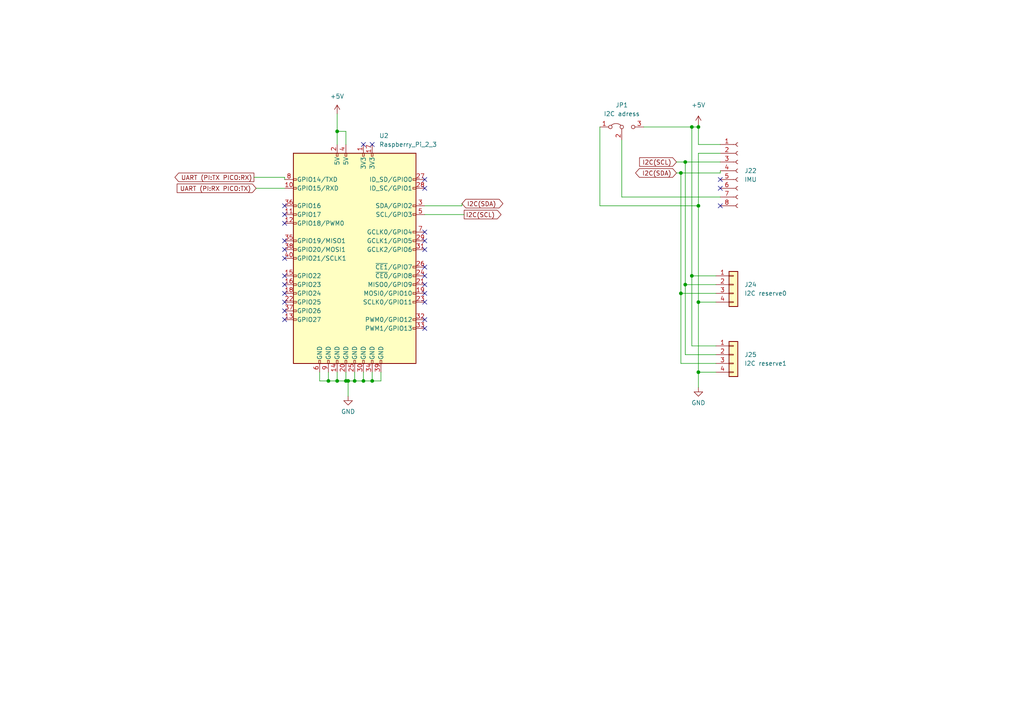
<source format=kicad_sch>
(kicad_sch (version 20211123) (generator eeschema)
  (paper "A4")
  (title_block (title "Landrumower main unit") (rev "1.0"))
  (lib_symbols
    (symbol "Connector:Conn_01x08_Female" (pin_names (offset 1.016) hide)
      (property "Reference" "J" (at 0 10.16 0))
      (property "Value" "Conn_01x08_Female" (at 0 -12.7 0))
      (symbol "Conn_01x08_Female_1_1"
        (arc (start 0 -9.652) (mid -0.508 -10.16) (end 0 -10.668) (stroke (width 0.1524)))
        (arc (start 0 -7.112) (mid -0.508 -7.62) (end 0 -8.128) (stroke (width 0.1524)))
        (arc (start 0 -4.572) (mid -0.508 -5.08) (end 0 -5.588) (stroke (width 0.1524)))
        (arc (start 0 -2.032) (mid -0.508 -2.54) (end 0 -3.048) (stroke (width 0.1524)))
        (polyline (pts (xy -1.27 -10.16) (xy -0.508 -10.16)) (stroke (width 0.1524)))
        (polyline (pts (xy -1.27 -7.62) (xy -0.508 -7.62)) (stroke (width 0.1524)))
        (polyline (pts (xy -1.27 -5.08) (xy -0.508 -5.08)) (stroke (width 0.1524)))
        (polyline (pts (xy -1.27 -2.54) (xy -0.508 -2.54)) (stroke (width 0.1524)))
        (polyline (pts (xy -1.27 0) (xy -0.508 0)) (stroke (width 0.1524)))
        (polyline (pts (xy -1.27 2.54) (xy -0.508 2.54)) (stroke (width 0.1524)))
        (polyline (pts (xy -1.27 5.08) (xy -0.508 5.08)) (stroke (width 0.1524)))
        (polyline (pts (xy -1.27 7.62) (xy -0.508 7.62)) (stroke (width 0.1524)))
        (arc (start 0 0.508) (mid -0.508 0) (end 0 -0.508) (stroke (width 0.1524)))
        (arc (start 0 3.048) (mid -0.508 2.54) (end 0 2.032) (stroke (width 0.1524)))
        (arc (start 0 5.588) (mid -0.508 5.08) (end 0 4.572) (stroke (width 0.1524)))
        (arc (start 0 8.128) (mid -0.508 7.62) (end 0 7.112) (stroke (width 0.1524)))
        (pin passive line (at -5.08 7.62 0) (length 3.81) (name "Pin_1") (number "1"))
        (pin passive line (at -5.08 5.08 0) (length 3.81) (name "Pin_2") (number "2"))
        (pin passive line (at -5.08 2.54 0) (length 3.81) (name "Pin_3") (number "3"))
        (pin passive line (at -5.08 0 0) (length 3.81) (name "Pin_4") (number "4"))
        (pin passive line (at -5.08 -2.54 0) (length 3.81) (name "Pin_5") (number "5"))
        (pin passive line (at -5.08 -5.08 0) (length 3.81) (name "Pin_6") (number "6"))
        (pin passive line (at -5.08 -7.62 0) (length 3.81) (name "Pin_7") (number "7"))
        (pin passive line (at -5.08 -10.16 0) (length 3.81) (name "Pin_8") (number "8"))
      )
    )
    (symbol "Connector:Raspberry_Pi_2_3" (pin_names (offset 1.016))
      (property "Reference" "J" (at -17.78 31.75 0))
      (property "Value" "Raspberry_Pi_2_3" (at 10.16 -31.75 0))
      (symbol "Raspberry_Pi_2_3_0_1"
        (rectangle (start -17.78 30.48) (end 17.78 -30.48) (stroke (width 0.254)) (fill (type background)))
      )
      (symbol "Raspberry_Pi_2_3_1_1"
        (rectangle (start -16.891 -17.526) (end -17.78 -18.034))
        (rectangle (start -16.891 -14.986) (end -17.78 -15.494))
        (rectangle (start -16.891 -12.446) (end -17.78 -12.954))
        (rectangle (start -16.891 -9.906) (end -17.78 -10.414))
        (rectangle (start -16.891 -7.366) (end -17.78 -7.874))
        (rectangle (start -16.891 -4.826) (end -17.78 -5.334))
        (rectangle (start -16.891 0.254) (end -17.78 -0.254))
        (rectangle (start -16.891 2.794) (end -17.78 2.286))
        (rectangle (start -16.891 5.334) (end -17.78 4.826))
        (rectangle (start -16.891 10.414) (end -17.78 9.906))
        (rectangle (start -16.891 12.954) (end -17.78 12.446))
        (rectangle (start -16.891 15.494) (end -17.78 14.986))
        (rectangle (start -16.891 20.574) (end -17.78 20.066))
        (rectangle (start -16.891 23.114) (end -17.78 22.606))
        (rectangle (start -10.414 -29.591) (end -9.906 -30.48))
        (rectangle (start -7.874 -29.591) (end -7.366 -30.48))
        (rectangle (start -5.334 -29.591) (end -4.826 -30.48))
        (rectangle (start -5.334 30.48) (end -4.826 29.591))
        (rectangle (start -2.794 -29.591) (end -2.286 -30.48))
        (rectangle (start -2.794 30.48) (end -2.286 29.591))
        (rectangle (start -0.254 -29.591) (end 0.254 -30.48))
        (rectangle (start 2.286 -29.591) (end 2.794 -30.48))
        (rectangle (start 2.286 30.48) (end 2.794 29.591))
        (rectangle (start 4.826 -29.591) (end 5.334 -30.48))
        (rectangle (start 4.826 30.48) (end 5.334 29.591))
        (rectangle (start 7.366 -29.591) (end 7.874 -30.48))
        (rectangle (start 17.78 -20.066) (end 16.891 -20.574))
        (rectangle (start 17.78 -17.526) (end 16.891 -18.034))
        (rectangle (start 17.78 -12.446) (end 16.891 -12.954))
        (rectangle (start 17.78 -9.906) (end 16.891 -10.414))
        (rectangle (start 17.78 -7.366) (end 16.891 -7.874))
        (rectangle (start 17.78 -4.826) (end 16.891 -5.334))
        (rectangle (start 17.78 -2.286) (end 16.891 -2.794))
        (rectangle (start 17.78 2.794) (end 16.891 2.286))
        (rectangle (start 17.78 5.334) (end 16.891 4.826))
        (rectangle (start 17.78 7.874) (end 16.891 7.366))
        (rectangle (start 17.78 12.954) (end 16.891 12.446))
        (rectangle (start 17.78 15.494) (end 16.891 14.986))
        (rectangle (start 17.78 20.574) (end 16.891 20.066))
        (rectangle (start 17.78 23.114) (end 16.891 22.606))
        (pin power_in line (at 2.54 33.02 270) (length 2.54) (name "3V3") (number "1"))
        (pin bidirectional line (at -20.32 20.32 0) (length 2.54) (name "GPIO15/RXD") (number "10"))
        (pin bidirectional line (at -20.32 12.7 0) (length 2.54) (name "GPIO17") (number "11"))
        (pin bidirectional line (at -20.32 10.16 0) (length 2.54) (name "GPIO18/PWM0") (number "12"))
        (pin bidirectional line (at -20.32 -17.78 0) (length 2.54) (name "GPIO27") (number "13"))
        (pin power_in line (at -5.08 -33.02 90) (length 2.54) (name "GND") (number "14"))
        (pin bidirectional line (at -20.32 -5.08 0) (length 2.54) (name "GPIO22") (number "15"))
        (pin bidirectional line (at -20.32 -7.62 0) (length 2.54) (name "GPIO23") (number "16"))
        (pin power_in line (at 5.08 33.02 270) (length 2.54) (name "3V3") (number "17"))
        (pin bidirectional line (at -20.32 -10.16 0) (length 2.54) (name "GPIO24") (number "18"))
        (pin bidirectional line (at 20.32 -10.16 180) (length 2.54) (name "MOSI0/GPIO10") (number "19"))
        (pin power_in line (at -5.08 33.02 270) (length 2.54) (name "5V") (number "2"))
        (pin power_in line (at -2.54 -33.02 90) (length 2.54) (name "GND") (number "20"))
        (pin bidirectional line (at 20.32 -7.62 180) (length 2.54) (name "MISO0/GPIO9") (number "21"))
        (pin bidirectional line (at -20.32 -12.7 0) (length 2.54) (name "GPIO25") (number "22"))
        (pin bidirectional line (at 20.32 -12.7 180) (length 2.54) (name "SCLK0/GPIO11") (number "23"))
        (pin bidirectional line (at 20.32 -5.08 180) (length 2.54) (name "~{CE0}/GPIO8") (number "24"))
        (pin power_in line (at 0 -33.02 90) (length 2.54) (name "GND") (number "25"))
        (pin bidirectional line (at 20.32 -2.54 180) (length 2.54) (name "~{CE1}/GPIO7") (number "26"))
        (pin bidirectional line (at 20.32 22.86 180) (length 2.54) (name "ID_SD/GPIO0") (number "27"))
        (pin bidirectional line (at 20.32 20.32 180) (length 2.54) (name "ID_SC/GPIO1") (number "28"))
        (pin bidirectional line (at 20.32 5.08 180) (length 2.54) (name "GCLK1/GPIO5") (number "29"))
        (pin bidirectional line (at 20.32 15.24 180) (length 2.54) (name "SDA/GPIO2") (number "3"))
        (pin power_in line (at 2.54 -33.02 90) (length 2.54) (name "GND") (number "30"))
        (pin bidirectional line (at 20.32 2.54 180) (length 2.54) (name "GCLK2/GPIO6") (number "31"))
        (pin bidirectional line (at 20.32 -17.78 180) (length 2.54) (name "PWM0/GPIO12") (number "32"))
        (pin bidirectional line (at 20.32 -20.32 180) (length 2.54) (name "PWM1/GPIO13") (number "33"))
        (pin power_in line (at 5.08 -33.02 90) (length 2.54) (name "GND") (number "34"))
        (pin bidirectional line (at -20.32 5.08 0) (length 2.54) (name "GPIO19/MISO1") (number "35"))
        (pin bidirectional line (at -20.32 15.24 0) (length 2.54) (name "GPIO16") (number "36"))
        (pin bidirectional line (at -20.32 -15.24 0) (length 2.54) (name "GPIO26") (number "37"))
        (pin bidirectional line (at -20.32 2.54 0) (length 2.54) (name "GPIO20/MOSI1") (number "38"))
        (pin power_in line (at 7.62 -33.02 90) (length 2.54) (name "GND") (number "39"))
        (pin power_in line (at -2.54 33.02 270) (length 2.54) (name "5V") (number "4"))
        (pin bidirectional line (at -20.32 0 0) (length 2.54) (name "GPIO21/SCLK1") (number "40"))
        (pin bidirectional line (at 20.32 12.7 180) (length 2.54) (name "SCL/GPIO3") (number "5"))
        (pin power_in line (at -10.16 -33.02 90) (length 2.54) (name "GND") (number "6"))
        (pin bidirectional line (at 20.32 7.62 180) (length 2.54) (name "GCLK0/GPIO4") (number "7"))
        (pin bidirectional line (at -20.32 22.86 0) (length 2.54) (name "GPIO14/TXD") (number "8"))
        (pin power_in line (at -7.62 -33.02 90) (length 2.54) (name "GND") (number "9"))
      )
    )
    (symbol "Connector_Generic:Conn_01x04" (pin_names (offset 1.016) hide)
      (property "Reference" "J" (at 0 5.08 0))
      (property "Value" "Conn_01x04" (at 0 -7.62 0))
      (symbol "Conn_01x04_1_1"
        (rectangle (start -1.27 -4.953) (end 0 -5.207) (stroke (width 0.1524)))
        (rectangle (start -1.27 -2.413) (end 0 -2.667) (stroke (width 0.1524)))
        (rectangle (start -1.27 0.127) (end 0 -0.127) (stroke (width 0.1524)))
        (rectangle (start -1.27 2.667) (end 0 2.413) (stroke (width 0.1524)))
        (rectangle (start -1.27 3.81) (end 1.27 -6.35) (stroke (width 0.254)) (fill (type background)))
        (pin passive line (at -5.08 2.54 0) (length 3.81) (name "Pin_1") (number "1"))
        (pin passive line (at -5.08 0 0) (length 3.81) (name "Pin_2") (number "2"))
        (pin passive line (at -5.08 -2.54 0) (length 3.81) (name "Pin_3") (number "3"))
        (pin passive line (at -5.08 -5.08 0) (length 3.81) (name "Pin_4") (number "4"))
      )
    )
    (symbol "Jumper:Jumper_3_Bridged12" (pin_names (offset 0) hide)
      (property "Reference" "JP" (at -2.54 -2.54 0))
      (property "Value" "Jumper_3_Bridged12" (at 0 2.794 0))
      (symbol "Jumper_3_Bridged12_0_0"
        (circle (center -3.302 0) (radius 0.508))
        (circle (center 0 0) (radius 0.508))
        (circle (center 3.302 0) (radius 0.508))
      )
      (symbol "Jumper_3_Bridged12_0_1"
        (arc (start -0.254 0.508) (mid -1.651 0.9912) (end -3.048 0.508))
        (polyline (pts (xy 0 -1.27) (xy 0 -0.508)))
      )
      (symbol "Jumper_3_Bridged12_1_1"
        (pin passive line (at -6.35 0 0) (length 2.54) (name "A") (number "1"))
        (pin passive line (at 0 -3.81 90) (length 2.54) (name "C") (number "2"))
        (pin passive line (at 6.35 0 180) (length 2.54) (name "B") (number "3"))
      )
    )
    (symbol "power:+5V" (power) (pin_names (offset 0))
      (property "Value" "+5V" (at 0 3.556 0))
      (symbol "+5V_0_1"
        (polyline (pts (xy -0.762 1.27) (xy 0 2.54)))
        (polyline (pts (xy 0 0) (xy 0 2.54)))
        (polyline (pts (xy 0 2.54) (xy 0.762 1.27)))
      )
      (symbol "+5V_1_1"
        (pin power_in line (at 0 0 90) (length 0) hide (name "+5V") (number "1"))
      )
    )
    (symbol "power:GND" (power) (pin_names (offset 0))
      (property "Value" "GND" (at 0 -3.81 0))
      (symbol "GND_0_1"
        (polyline (pts (xy 0 0) (xy 0 -1.27) (xy 1.27 -1.27) (xy 0 -2.54) (xy -1.27 -1.27) (xy 0 -1.27)))
      )
      (symbol "GND_1_1"
        (pin power_in line (at 0 0 270) (length 0) hide (name "GND") (number "1"))
      )
    )
  )
  (junction (at 102.87 110.49))
  (junction (at 198.755 46.99))
  (junction (at 197.485 50.165))
  (junction (at 95.25 110.49))
  (junction (at 197.485 85.09))
  (junction (at 97.79 110.49))
  (junction (at 202.565 107.95))
  (junction (at 200.66 36.83))
  (junction (at 105.41 110.49))
  (junction (at 100.965 110.49))
  (junction (at 202.565 87.63))
  (junction (at 107.95 110.49))
  (junction (at 100.33 110.49))
  (junction (at 198.755 82.55))
  (junction (at 202.565 59.69))
  (junction (at 97.79 38.1))
  (junction (at 202.565 36.83))
  (junction (at 200.66 80.01))
  (no_connect (at 208.915 54.61))
  (no_connect (at 208.915 59.69))
  (no_connect (at 208.915 52.07))
  (no_connect (at 123.19 52.07))
  (no_connect (at 123.19 54.61))
  (no_connect (at 123.19 67.31))
  (no_connect (at 123.19 69.85))
  (no_connect (at 105.41 41.91))
  (no_connect (at 107.95 41.91))
  (no_connect (at 82.55 59.69))
  (no_connect (at 123.19 77.47))
  (no_connect (at 123.19 80.01))
  (no_connect (at 123.19 82.55))
  (no_connect (at 123.19 85.09))
  (no_connect (at 123.19 87.63))
  (no_connect (at 123.19 92.71))
  (no_connect (at 123.19 95.25))
  (no_connect (at 82.55 90.17))
  (no_connect (at 82.55 87.63))
  (no_connect (at 82.55 85.09))
  (no_connect (at 82.55 82.55))
  (no_connect (at 82.55 80.01))
  (no_connect (at 82.55 92.71))
  (no_connect (at 123.19 72.39))
  (no_connect (at 82.55 74.93))
  (no_connect (at 82.55 72.39))
  (no_connect (at 82.55 69.85))
  (no_connect (at 82.55 64.77))
  (no_connect (at 82.55 62.23))
  (wire (pts (xy 100.33 38.1) (xy 97.79 38.1)))
  (wire (pts (xy 180.34 40.64) (xy 180.34 57.15)))
  (wire (pts (xy 202.565 107.95) (xy 207.645 107.95)))
  (wire (pts (xy 100.965 110.49) (xy 100.965 114.935)))
  (wire (pts (xy 202.565 36.195) (xy 202.565 36.83)))
  (wire (pts (xy 173.99 59.69) (xy 202.565 59.69)))
  (wire (pts (xy 100.33 107.95) (xy 100.33 110.49)))
  (wire (pts (xy 123.19 62.23) (xy 134.62 62.23)))
  (wire (pts (xy 107.95 107.95) (xy 107.95 110.49)))
  (wire (pts (xy 95.25 110.49) (xy 97.79 110.49)))
  (wire (pts (xy 198.755 82.55) (xy 198.755 46.99)))
  (wire (pts (xy 202.565 87.63) (xy 207.645 87.63)))
  (wire (pts (xy 74.295 54.61) (xy 82.55 54.61)))
  (wire (pts (xy 207.645 100.33) (xy 200.66 100.33)))
  (wire (pts (xy 92.71 107.95) (xy 92.71 110.49)))
  (wire (pts (xy 100.33 110.49) (xy 100.965 110.49)))
  (wire (pts (xy 200.66 100.33) (xy 200.66 80.01)))
  (wire (pts (xy 133.985 59.69) (xy 133.985 59.055)))
  (wire (pts (xy 207.645 102.87) (xy 198.755 102.87)))
  (wire (pts (xy 207.645 85.09) (xy 197.485 85.09)))
  (wire (pts (xy 180.34 57.15) (xy 208.915 57.15)))
  (wire (pts (xy 82.55 51.435) (xy 82.55 52.07)))
  (wire (pts (xy 102.87 110.49) (xy 105.41 110.49)))
  (wire (pts (xy 97.79 33.02) (xy 97.79 38.1)))
  (wire (pts (xy 105.41 110.49) (xy 107.95 110.49)))
  (wire (pts (xy 207.645 105.41) (xy 197.485 105.41)))
  (wire (pts (xy 202.565 112.395) (xy 202.565 107.95)))
  (wire (pts (xy 123.19 59.69) (xy 133.985 59.69)))
  (wire (pts (xy 73.66 51.435) (xy 82.55 51.435)))
  (wire (pts (xy 97.79 110.49) (xy 100.33 110.49)))
  (wire (pts (xy 95.25 107.95) (xy 95.25 110.49)))
  (wire (pts (xy 110.49 107.95) (xy 110.49 110.49)))
  (wire (pts (xy 186.69 36.83) (xy 200.66 36.83)))
  (wire (pts (xy 200.66 36.83) (xy 202.565 36.83)))
  (wire (pts (xy 97.79 38.1) (xy 97.79 41.91)))
  (wire (pts (xy 102.87 107.95) (xy 102.87 110.49)))
  (wire (pts (xy 202.565 87.63) (xy 202.565 59.69)))
  (wire (pts (xy 208.915 50.165) (xy 208.915 49.53)))
  (wire (pts (xy 202.565 44.45) (xy 208.915 44.45)))
  (wire (pts (xy 197.485 50.165) (xy 208.915 50.165)))
  (wire (pts (xy 202.565 41.91) (xy 208.915 41.91)))
  (wire (pts (xy 97.79 107.95) (xy 97.79 110.49)))
  (wire (pts (xy 92.71 110.49) (xy 95.25 110.49)))
  (wire (pts (xy 202.565 107.95) (xy 202.565 87.63)))
  (wire (pts (xy 100.965 110.49) (xy 102.87 110.49)))
  (wire (pts (xy 207.645 82.55) (xy 198.755 82.55)))
  (wire (pts (xy 173.99 36.83) (xy 173.99 59.69)))
  (wire (pts (xy 202.565 36.83) (xy 202.565 41.91)))
  (wire (pts (xy 196.215 46.99) (xy 198.755 46.99)))
  (wire (pts (xy 198.755 102.87) (xy 198.755 82.55)))
  (wire (pts (xy 198.755 46.99) (xy 208.915 46.99)))
  (wire (pts (xy 105.41 107.95) (xy 105.41 110.49)))
  (wire (pts (xy 207.645 80.01) (xy 200.66 80.01)))
  (wire (pts (xy 196.215 50.165) (xy 197.485 50.165)))
  (wire (pts (xy 197.485 105.41) (xy 197.485 85.09)))
  (wire (pts (xy 100.33 41.91) (xy 100.33 38.1)))
  (wire (pts (xy 200.66 36.83) (xy 200.66 80.01)))
  (wire (pts (xy 202.565 59.69) (xy 202.565 44.45)))
  (wire (pts (xy 107.95 110.49) (xy 110.49 110.49)))
  (wire (pts (xy 197.485 85.09) (xy 197.485 50.165)))
  (global_label "UART (PI:TX PICO:RX)" (shape output) (at 73.66 51.435 180) (property "Intersheet References" "${INTERSHEET_REFS}" (effects hide)))
  (global_label "I2C(SDA)" (shape bidirectional) (at 133.985 59.055 0) (property "Intersheet References" "${INTERSHEET_REFS}" (effects hide)))
  (global_label "I2C(SDA)" (shape bidirectional) (at 196.215 50.165 180) (property "Intersheet References" "${INTERSHEET_REFS}" (effects hide)))
  (global_label "I2C(SCL)" (shape output) (at 134.62 62.23 0) (property "Intersheet References" "${INTERSHEET_REFS}" (effects hide)))
  (global_label "UART (PI:RX PICO:TX)" (shape input) (at 74.295 54.61 180) (property "Intersheet References" "${INTERSHEET_REFS}" (effects hide)))
  (global_label "I2C(SCL)" (shape input) (at 196.215 46.99 180) (property "Intersheet References" "${INTERSHEET_REFS}" (effects hide)))
  (symbol (lib_id "Connector_Generic:Conn_01x04") (at 212.725 82.55 0) (unit 1)
    (property "Reference" "J24" (at 215.9 82.5499 0) (effects (justify left)))
    (property "Value" "I2C reserve0" (at 215.9 85.0899 0) (effects (justify left)))
    (property "Footprint" "Connector_JST:JST_EH_B4B-EH-A_1x04_P2.50mm_Vertical" (effects hide))
  )
  (symbol (lib_id "power:GND") (at 202.565 112.395 0) (unit 1)
    (property "Reference" "#PWR0111" (effects hide))
    (property "Value" "GND" (at 202.565 116.84 0))
  )
  (symbol (lib_id "Connector:Raspberry_Pi_2_3") (at 102.87 74.93 0) (unit 1)
    (property "Reference" "U2" (at 109.9694 39.37 0) (effects (justify left)))
    (property "Value" "Raspberry_Pi_2_3" (at 109.9694 41.91 0) (effects (justify left)))
    (property "Footprint" "Connector_PinSocket_2.54mm:PinSocket_2x20_P2.54mm_Vertical" (effects hide))
    (property "Datasheet" "https://www.raspberrypi.org/documentation/hardware/raspberrypi/schematics/rpi_SCH_3bplus_1p0_reduced.pdf" (effects hide))
  )
  (symbol (lib_id "power:GND") (at 100.965 114.935 0) (unit 1)
    (property "Reference" "#PWR0106" (effects hide))
    (property "Value" "GND" (at 100.965 119.38 0))
  )
  (symbol (lib_id "power:+5V") (at 97.79 33.02 0) (unit 1)
    (property "Reference" "#PWR0105" (effects hide))
    (property "Value" "+5V" (at 97.79 27.94 0))
  )
  (symbol (lib_id "power:+5V") (at 202.565 36.195 0) (unit 1)
    (property "Reference" "#PWR0112" (effects hide))
    (property "Value" "+5V" (at 202.565 30.48 0))
  )
  (symbol (lib_id "Connector:Conn_01x08_Female") (at 213.995 49.53 0) (unit 1)
    (property "Reference" "J22" (at 215.9 49.5299 0) (effects (justify left)))
    (property "Value" "IMU" (at 215.9 52.0699 0) (effects (justify left)))
    (property "Footprint" "Connector_PinSocket_2.54mm:PinSocket_1x08_P2.54mm_Vertical" (effects hide))
  )
  (symbol (lib_id "Connector_Generic:Conn_01x04") (at 212.725 102.87 0) (unit 1)
    (property "Reference" "J25" (at 215.9 102.8699 0) (effects (justify left)))
    (property "Value" "I2C reserve1" (at 215.9 105.4099 0) (effects (justify left)))
    (property "Footprint" "Connector_JST:JST_EH_B4B-EH-A_1x04_P2.50mm_Vertical" (effects hide))
  )
  (symbol (lib_id "Jumper:Jumper_3_Bridged12") (at 180.34 36.83 0) (unit 1)
    (property "Reference" "JP1" (at 180.34 30.48 0))
    (property "Value" "I2C adress" (at 180.34 33.02 0))
    (property "Footprint" "Connector_PinHeader_2.54mm:PinHeader_1x03_P2.54mm_Vertical" (effects hide))
  )
)
</source>
